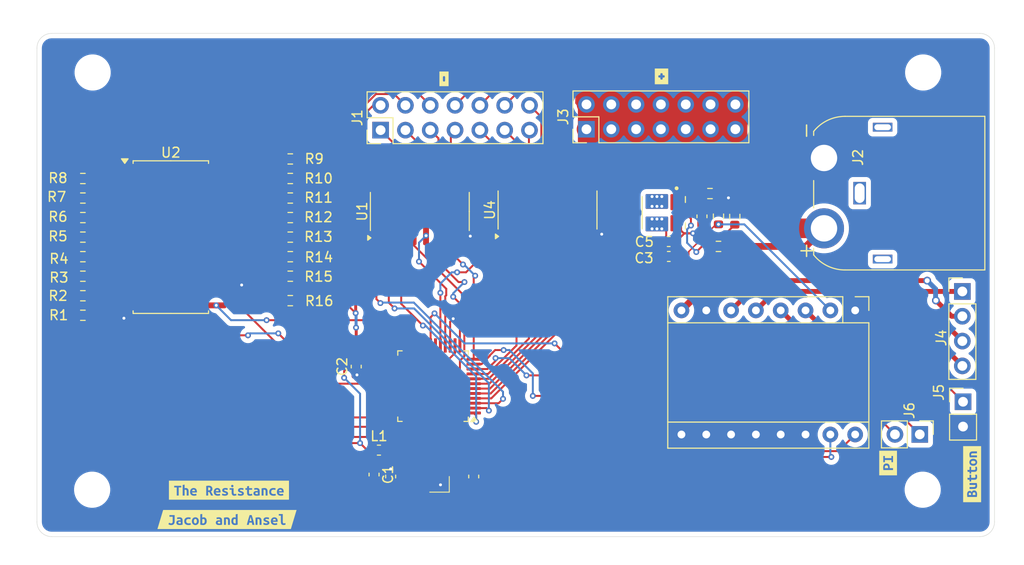
<source format=kicad_pcb>
(kicad_pcb (version 20241229) (generator "pcbnew") (generator_version "9.0")
  (layers (0 "F.Cu" signal) (2 "B.Cu" signal) (13 "F.Paste" user) (15 "B.Paste" user) (5 "F.SilkS" user "F.Silkscreen") (7 "B.SilkS" user "B.Silkscreen") (1 "F.Mask" user) (3 "B.Mask" user) (25 "Edge.Cuts" user))
  (net 0 "")
  (net 1 "GND")
  (net 2 "/STEP")
  (net 3 "/DIR")
  (net 4 "+5V")
  (net 5 "Net-(C1-Pad1)")
  (net 6 "Net-(VR1-FB)")
  (net 7 "Net-(U3-PA0)")
  (net 8 "Net-(U3-PA1)")
  (net 9 "Power")
  (net 10 "Net-(U2-I0)")
  (net 11 "Net-(U2-I1)")
  (net 12 "Net-(U2-I2)")
  (net 13 "Net-(U2-I3)")
  (net 14 "Net-(U2-I4)")
  (net 15 "Net-(U2-I5)")
  (net 16 "Net-(U2-I6)")
  (net 17 "Net-(U2-I7)")
  (net 18 "Net-(U2-I8)")
  (net 19 "Net-(U2-I9)")
  (net 20 "Net-(U2-I10)")
  (net 21 "Net-(U2-I11)")
  (net 22 "Net-(U2-I12)")
  (net 23 "Net-(U2-I13)")
  (net 24 "Net-(U2-I14)")
  (net 25 "Net-(U2-I15)")
  (net 26 "Net-(VR1-EN)")
  (net 27 "/motor6")
  (net 28 "/motor3")
  (net 29 "/motor7")
  (net 30 "/motor5")
  (net 31 "/motor4")
  (net 32 "/motor2")
  (net 33 "/motor1")
  (net 34 "/DOUT2")
  (net 35 "/Read")
  (net 36 "/DOUT3")
  (net 37 "/DOUT1")
  (net 38 "/DOUT4")
  (net 44 "/motor14")
  (net 51 "/RXD")
  (net 53 "/motor8")
  (net 55 "/motor9")
  (net 56 "/TXD")
  (net 57 "/button")
  (net 58 "/motor11")
  (net 61 "/motor10")
  (net 62 "/motor12")
  (net 64 "/motor13")
  (net 67 "Net-(J1-Pin_11)")
  (net 68 "Net-(J1-Pin_8)")
  (net 69 "Net-(J1-Pin_10)")
  (net 70 "Net-(J1-Pin_9)")
  (net 71 "Net-(J1-Pin_13)")
  (net 72 "Net-(J1-Pin_14)")
  (net 73 "Net-(J1-Pin_12)")
  (net 74 "/6")
  (net 75 "/5")
  (net 76 "/4")
  (net 77 "/3")
  (net 78 "Net-(J1-Pin_7)")
  (net 79 "Net-(J1-Pin_1)")
  (net 80 "Net-(J1-Pin_4)")
  (net 81 "Net-(J1-Pin_5)")
  (net 82 "Net-(J1-Pin_2)")
  (net 83 "Net-(J1-Pin_6)")
  (net 84 "Net-(J1-Pin_3)")
  (footprint "Resistor_SMD:R_0603_1608Metric" (layer "F.Cu") (at 129.725 76.5)
    (property "Reference" "R16")
    (property "Value" "5M" (hide yes))
  )
  (footprint "MountingHole:MountingHole_3.2mm_M3" (layer "F.Cu") (at 109.45 95.85)
    (property "Reference" "REF**" (hide yes))
    (property "Value" "MountingHole_3.2mm_M3")
  )
  (footprint "Resistor_SMD:R_0603_1608Metric" (layer "F.Cu") (at 108.5 76 180)
    (property "Reference" "R2")
    (property "Value" "100" (hide yes))
  )
  (footprint "Resistor_SMD:R_0603_1608Metric" (layer "F.Cu") (at 173.55 67.87 90)
    (property "Reference" "R17" (hide yes))
    (property "Value" "220k" (hide yes))
  )
  (footprint "Resistor_SMD:R_0603_1608Metric" (layer "F.Cu") (at 173.55 70.95 180)
    (property "Reference" "R19" (hide yes))
    (property "Value" "50k" (hide yes))
  )
  (footprint "kibuzzard-6920BB03" (layer "F.Cu") (at 145.46 53.8 90)
    (property "Reference" "kibuzzard-6920BB03" (hide yes))
    (property "Value" "G***" (hide yes))
  )
  (footprint "Resistor_SMD:R_0603_1608Metric" (layer "F.Cu") (at 108.5 64 180)
    (property "Reference" "R8")
    (property "Value" "20k" (hide yes))
  )
  (footprint "Resistor_SMD:R_0603_1608Metric" (layer "F.Cu") (at 108.5 70 180)
    (property "Reference" "R5")
    (property "Value" "1k" (hide yes))
  )
  (footprint "Package_SO:SOIC-16_3.9x9.9mm_P1.27mm" (layer "F.Cu") (at 156.055 67.225 90)
    (property "Reference" "U4")
    (property "Value" "TPL7407LAD")
  )
  (footprint "Resistor_SMD:R_0603_1608Metric" (layer "F.Cu") (at 129.725 66)
    (property "Reference" "R11")
    (property "Value" "200k" (hide yes))
  )
  (footprint "kibuzzard-6920EC74" (layer "F.Cu") (at 199.51 94.26 90)
    (property "Reference" "kibuzzard-6920EC74" (hide yes))
    (property "Value" "G***" (hide yes))
  )
  (footprint "Resistor_SMD:R_0603_1608Metric" (layer "F.Cu") (at 129.725 74)
    (property "Reference" "R15")
    (property "Value" "2M" (hide yes))
  )
  (footprint "Connector_PinHeader_2.54mm:PinHeader_1x04_P2.54mm_Vertical" (layer "F.Cu") (at 198.51 75.56)
    (property "Reference" "J4")
    (property "Value" "Conn_01x04_Pin")
  )
  (footprint "MountingHole:MountingHole_3.2mm_M3" (layer "F.Cu") (at 194.5 53.15)
    (property "Reference" "REF**" (hide yes))
    (property "Value" "MountingHole_3.2mm_M3")
  )
  (footprint "Module:Pololu_Breakout-16_15.2x20.3mm" (layer "F.Cu") (at 187.54 77.5 -90)
    (property "Reference" "A1" (hide yes))
    (property "Value" "Pololu_Breakout_A4988")
  )
  (footprint "kibuzzard-6920EC8A" (layer "F.Cu") (at 190.91 93.12 90)
    (property "Reference" "kibuzzard-6920EC8A" (hide yes))
    (property "Value" "G***" (hide yes))
  )
  (footprint "Inductor_SMD:L_0603_1608Metric" (layer "F.Cu") (at 138.8 91.8)
    (property "Reference" "L1")
    (property "Value" "10u")
  )
  (footprint "Package_SO:SOIC-24W_7.5x15.4mm_P1.27mm" (layer "F.Cu") (at 117.5 70)
    (property "Reference" "U2")
    (property "Value" "CD74HC4067M")
  )
  (footprint "Connector_AMASS:AMASS_XT60IPW-M_1x03_P7.20mm_Horizontal" (layer "F.Cu") (at 184.35 61.9 -90)
    (property "Reference" "J2")
    (property "Value" "Conn_01x02_Pin")
  )
  (footprint "Connector_PinHeader_2.54mm:PinHeader_2x07_P2.54mm_Vertical" (layer "F.Cu") (at 138.97 59.05 90)
    (property "Reference" "J1")
    (property "Value" "Conn_02x07_Counter_Clockwise" (hide yes))
  )
  (footprint "Capacitor_SMD:C_0603_1608Metric" (layer "F.Cu") (at 136.475 83.25 90)
    (property "Reference" "C2")
    (property "Value" "100n")
  )
  (footprint "MountingHole:MountingHole_3.2mm_M3" (layer "F.Cu") (at 109.5 53.15)
    (property "Reference" "REF**" (hide yes))
    (property "Value" "MountingHole_3.2mm_M3")
  )
  (footprint "kibuzzard-6920BB24" (layer "F.Cu") (at 167.72 53.55 -90)
    (property "Reference" "kibuzzard-6920BB24" (hide yes))
    (property "Value" "G***" (hide yes))
  )
  (footprint "Package_QFP:TQFP-48_7x7mm_P0.5mm" (layer "F.Cu") (at 144.3375 85.25 180)
    (property "Reference" "U3" (hide yes))
    (property "Value" "AVR128DA48x-xPT")
  )
  (footprint "Resistor_SMD:R_0603_1608Metric" (layer "F.Cu") (at 108.5 68 180)
    (property "Reference" "R6")
    (property "Value" "5k" (hide yes))
  )
  (footprint "OEM:Crystal_TXC7M" (layer "F.Cu") (at 144 94.5 180)
    (property "Reference" "Y1" (hide yes))
    (property "Value" "X_Crystal_16MHz_18pF" (hide yes))
  )
  (footprint "Capacitor_SMD:C_0603_1608Metric" (layer "F.Cu") (at 140 94.5 90)
    (property "Reference" "C13" (hide yes))
    (property "Value" "C_33pF")
  )
  (footprint "Package_SO:SOIC-16_3.9x9.9mm_P1.27mm" (layer "F.Cu") (at 142.985 67.375 90)
    (property "Reference" "U1")
    (property "Value" "TPL7407LAD" (hide yes))
  )
  (footprint "kibuzzard-6920BBD9" (layer "F.Cu") (at 123.25 98.9)
    (property "Reference" "kibuzzard-6920BBD9" (hide yes))
    (property "Value" "G***" (hide yes))
  )
  (footprint "Resistor_SMD:R_0603_1608Metric" (layer "F.Cu") (at 129.725 72)
    (property "Reference" "R14")
    (property "Value" "1M" (hide yes))
  )
  (footprint "Capacitor_SMD:C_0603_1608Metric" (layer "F.Cu") (at 148.5 94.5 -90)
    (property "Reference" "C14" (hide yes))
    (property "Value" "C_33pF")
  )
  (footprint "Resistor_SMD:R_0603_1608Metric" (layer "F.Cu") (at 175.22 67.9 90)
    (property "Reference" "R20" (hide yes))
    (property "Value" "30k" (hide yes))
  )
  (footprint "Capacitor_SMD:C_0603_1608Metric" (layer "F.Cu") (at 168.455 70.45)
    (property "Reference" "C5")
    (property "Value" "22u")
  )
  (footprint "Capacitor_SMD:C_0603_1608Metric" (layer "F.Cu") (at 138.3 94.3 -90)
    (property "Reference" "C1")
    (property "Value" "100n")
  )
  (footprint "Resistor_SMD:R_0603_1608Metric" (layer "F.Cu") (at 108.5 78 180)
    (property "Reference" "R1")
    (property "Value" "50" (hide yes))
  )
  (footprint "Resistor_SMD:R_0603_1608Metric" (layer "F.Cu") (at 129.725 64)
    (property "Reference" "R10")
    (property "Value" "100k" (hide yes))
  )
  (footprint "MountingHole:MountingHole_3.2mm_M3" (layer "F.Cu") (at 194.45 95.85)
    (property "Reference" "REF**" (hide yes))
    (property "Value" "MountingHole_3.2mm_M3")
  )
  (footprint "Resistor_SMD:R_0603_1608Metric" (layer "F.Cu") (at 129.725 62)
    (property "Reference" "R9")
    (property "Value" "50k" (hide yes))
  )
  (footprint "Resistor_SMD:R_0603_1608Metric" (layer "F.Cu") (at 108.5 74 180)
    (property "Reference" "R3")
    (property "Value" "200" (hide yes))
  )
  (footprint "Connector_PinHeader_2.54mm:PinHeader_1x02_P2.54mm_Vertical" (layer "F.Cu") (at 198.58 86.85)
    (property "Reference" "J5")
    (property "Value" "Conn_01x02_Pin")
  )
  (footprint "Resistor_SMD:R_0603_1608Metric" (layer "F.Cu") (at 108.5 66 180)
    (property "Reference" "R7")
    (property "Value" "10k" (hide yes))
  )
  (footprint "Resistor_SMD:R_0603_1608Metric" (layer "F.Cu") (at 129.725 70)
    (property "Reference" "R13")
    (property "Value" "750k" (hide yes))
  )
  (footprint "Capacitor_SMD:C_0603_1608Metric" (layer "F.Cu") (at 168.465 71.98)
    (property "Reference" "C3")
    (property "Value" "22u")
  )
  (footprint "Resistor_SMD:R_0603_1608Metric" (layer "F.Cu") (at 108.5 72 180)
    (property "Reference" "R4")
    (property "Value" "500" (hide yes))
  )
  (footprint "TPSM863253RDXR:VREG_TPSM863253RDXR" (layer "F.Cu") (at 167.915 67.5 -90)
    (property "Reference" "VR1" (hide yes))
    (property "Value" "TPSM863253RDXR")
  )
  (footprint "Connector_PinHeader_2.54mm:PinHeader_1x02_P2.54mm_Vertical" (layer "F.Cu") (at 194.15 90.19 -90)
    (property "Reference" "J6")
    (property "Value" "Conn_01x02_Pin")
  )
  (footprint "kibuzzard-6920BC10" (layer "F.Cu") (at 123.45 95.9)
    (property "Reference" "kibuzzard-6920BC10" (hide yes))
    (property "Value" "G***" (hide yes))
  )
  (footprint "Connector_PinHeader_2.54mm:PinHeader_2x07_P2.54mm_Vertical" (layer "F.Cu") (at 160.04 58.96 90)
    (property "Reference" "J3")
    (property "Value" "Conn_02x07_Counter_Clockwise")
  )
  (footprint "Resistor_SMD:R_0603_1608Metric" (layer "F.Cu") (at 129.725 68)
    (property "Reference" "R12")
    (property "Value" "500k" (hide yes))
  )
  (footprint "Capacitor_SMD:C_0603_1608Metric" (layer "F.Cu") (at 171.86 67.87 90)
    (property "Reference" "C4" (hide yes))
    (property "Value" "22p" (hide yes))
  )
  (footprint "Resistor_SMD:R_0603_1608Metric" (layer "F.Cu") (at 172.68 65.54)
    (property "Reference" "R18" (hide yes))
    (property "Value" "30k" (hide yes))
  )
  (gr_arc (start 103.8 50.65) (mid 104.23934 49.58934) (end 105.3 49.15) (stroke (width 0.05)) (layer "Edge.Cuts"))
  (gr_arc (start 201.8 99.15) (mid 201.36066 100.21066) (end 200.3 100.65) (stroke (width 0.05)) (layer "Edge.Cuts"))
  (gr_line (start 103.8 99.15) (end 103.8 50.65) (stroke (width 0.05)) (layer "Edge.Cuts"))
  (gr_line (start 201.8 50.65) (end 201.8 99.15) (stroke (width 0.05)) (layer "Edge.Cuts"))
  (gr_arc (start 105.3 100.65) (mid 104.23934 100.21066) (end 103.8 99.15) (stroke (width 0.05)) (layer "Edge.Cuts"))
  (gr_line (start 200.3 100.65) (end 105.3 100.65) (stroke (width 0.05)) (layer "Edge.Cuts"))
  (gr_arc (start 200.3 49.15) (mid 201.36066 49.58934) (end 201.8 50.65) (stroke (width 0.05)) (layer "Edge.Cuts"))
  (gr_line (start 105.3 49.15) (end 200.3 49.15) (stroke (width 0.05)) (layer "Edge.Cuts"))
  (segment (start 147.43 69.85) (end 148.1 69.85) (width 0.7) (layer "F.Cu") (net 1))
  (segment (start 146.0875 81.0875) (end 146.0875 78.6625) (width 0.2) (layer "F.Cu") (net 1))
  (segment (start 148.5 95.275) (end 145.175 95.275) (width 0.2) (layer "F.Cu") (net 1))
  (segment (start 142.9 92.85) (end 144.5875 91.1625) (width 0.2) (layer "F.Cu") (net 1))
  (segment (start 160.5 69.7) (end 161.6 69.7) (width 0.7) (layer "F.Cu") (net 1))
  (segment (start 148.1 69.85) (end 148.15 69.9) (width 0.7) (layer "F.Cu") (net 1))
  (segment (start 174.68 66.09) (end 174.68 66.535) (width 0.2) (layer "F.Cu") (net 1))
  (segment (start 169.24 71.98) (end 169.24 70.46) (width 0.2) (layer "F.Cu") (net 1))
  (segment (start 112.85 76.985) (end 112.85 78.15) (width 0.2) (layer "F.Cu") (net 1))
  (segment (start 122.15 74.445) (end 124.295 74.445) (width 0.2) (layer "F.Cu") (net 1))
  (segment (start 174.68 66.535) (end 175.22 67.075) (width 0.2) (layer "F.Cu") (net 1))
  (segment (start 170.94 69.61) (end 170.07 69.61) (width 0.2) (layer "F.Cu") (net 1))
  (segment (start 174.57 65.98) (end 174.46 65.87) (width 0.2) (layer "F.Cu") (net 1))
  (segment (start 145.175 95.275) (end 145.1 95.35) (width 0.2) (layer "F.Cu") (net 1))
  (segment (start 124.295 74.445) (end 124.75 74.9) (width 0.2) (layer "F.Cu") (net 1))
  (segment (start 170 69.61) (end 169.2525 68.8625) (width 0.2) (layer "F.Cu") (net 1))
  (segment (start 169.24 70.46) (end 169.23 70.45) (width 0.2) (layer "F.Cu") (net 1))
  (segment (start 174.57 65.98) (end 174.68 66.09) (width 0.2) (layer "F.Cu") (net 1))
  (segment (start 136.475 84.025) (end 136.55 84.1) (width 0.2) (layer "F.Cu") (net 1))
  (segment (start 142.9 93.65) (end 140.075 93.65) (width 0.2) (layer "F.Cu") (net 1))
  (segment (start 140.175 84.5) (end 136.95 84.5) (width 0.2) (layer "F.Cu") (net 1))
  (segment (start 138.65 95.075) (end 140 93.725) (width 0.2) (layer "F.Cu") (net 1))
  (segment (start 146.0875 78.6625) (end 146.4 78.35) (width 0.2) (layer "F.Cu") (net 1))
  (segment (start 136.95 84.5) (end 136.55 84.1) (width 0.2) (layer "F.Cu") (net 1))
  (segment (start 140.075 93.65) (end 140 93.725) (width 0.2) (layer "F.Cu") (net 1))
  (segment (start 138.3 95.075) (end 138.65 95.075) (width 0.2) (layer "F.Cu") (net 1))
  (segment (start 170.07 69.61) (end 169.23 70.45) (width 0.2) (layer "F.Cu") (net 1))
  (segment (start 170.94 69.61) (end 170 69.61) (width 0.2) (layer "F.Cu") (net 1))
  (segment (start 142.9 93.65) (end 142.9 92.85) (width 0.2) (layer "F.Cu") (net 1))
  (segment (start 174.46 65.87) (end 173.835 65.87) (width 0.2) (layer "F.Cu") (net 1))
  (segment (start 112.85 78.15) (end 112.7 78.3) (width 0.2) (layer "F.Cu") (net 1))
  (segment (start 144.5875 91.1625) (end 144.5875 89.4125) (width 0.2) (layer "F.Cu") (net 1))
  (segment (start 173.835 65.87) (end 173.505 65.54) (width 0.2) (layer "F.Cu") (net 1))
  (via (at 112.7 78.3) (size 0.6) (drill 0.3) (layers "F.Cu" "B.Cu") (net 1))
  (via (at 148.15 69.9) (size 0.6) (drill 0.3) (layers "F.Cu" "B.Cu") (net 1))
  (via (at 124.75 74.9) (size 0.6) (drill 0.3) (layers "F.Cu" "B.Cu") (net 1))
  (via (at 146.4 78.35) (size 0.6) (drill 0.3) (layers "F.Cu" "B.Cu") (net 1))
  (via (at 145.1 95.35) (size 0.6) (drill 0.3) (layers "F.Cu" "B.Cu") (net 1))
  (via (at 140 93.725) (size 0.6) (drill 0.3) (layers "F.Cu" "B.Cu") (net 1))
  (via (at 174.57 65.98) (size 0.6) (drill 0.3) (layers "F.Cu" "B.Cu") (net 1))
  (via (at 170.94 69.61) (size 0.6) (drill 0.3) (layers "F.Cu" "B.Cu") (net 1))
  (via (at 136.55 84.1) (size 0.6) (drill 0.3) (layers "F.Cu" "B.Cu") (net 1))
  (via (at 161.6 69.7) (size 0.6) (drill 0.3) (layers "F.Cu" "B.Cu") (net 1))
  (segment (start 184.35 61.9) (end 186.15 63.7) (width 0.2) (layer "B.Cu") (net 1))
  (segment (start 184.35 61.9) (end 187.25 59) (width 0.2) (layer "B.Cu") (net 1))
  (segment (start 181.75 59.3) (end 181.75 59.2) (width 0.2) (layer "B.Cu") (net 1))
  (segment (start 184.35 61.9) (end 181.75 64.5) (width 0.2) (layer "B.Cu") (net 1))
  (segment (start 181.75 64.5) (end 181.75 64.55) (width 0.2) (layer "B.Cu") (net 1))
  (segment (start 184.35 61.9) (end 181.75 59.3) (width 0.2) (layer "B.Cu") (net 1))
  (segment (start 170.94 69.61) (end 174.57 65.98) (width 0.2) (layer "B.Cu") (net 1))
  (segment (start 186.15 63.7) (end 186.15 65.15) (width 0.2) (layer "B.Cu") (net 1))
  (segment (start 187.25 59) (end 187.25 58.9) (width 0.2) (layer "B.Cu") (net 1))
  (segment (start 148.336576 92.5) (end 185.1 92.5) (width 0.2) (layer "F.Cu") (net 2))
  (segment (start 146.0875 90.250924) (end 148.336576 92.5) (width 0.2) (layer "F.Cu") (net 2))
  (segment (start 146.0875 89.4125) (end 146.0875 90.250924) (width 0.2) (layer "F.Cu") (net 2))
  (via (at 185.1 92.5) (size 0.6) (drill 0.3) (layers "F.Cu" "B.Cu") (net 2))
  (segment (start 185 92.4) (end 185 90.2) (width 0.2) (layer "B.Cu") (net 2))
  (segment (start 185.1 92.5) (end 185 92.4) (width 0.2) (layer "B.Cu") (net 2))
  (segment (start 146.5875 89.4125) (end 146.5875 90.183824) (width 0.2) (layer "F.Cu") (net 3))
  (segment (start 148.303676 91.9) (end 185.84 91.9) (width 0.2) (layer "F.Cu") (net 3))
  (segment (start 185.84 91.9) (end 187.54 90.2) (width 0.2) (layer "F.Cu") (net 3))
  (segment (start 146.5875 90.183824) (end 148.303676 91.9) (width 0.2) (layer "F.Cu") (net 3))
  (segment (start 168.489 71.538) (end 168.201 71.25) (width 0.15) (layer "F.Cu") (net 4))
  (segment (start 136.42 77.78) (end 136.42 69.912) (width 0.3) (layer "F.Cu") (net 4))
  (segment (start 117.16 91.08) (end 107.675 81.595) (width 0.2) (layer "F.Cu") (net 4))
  (segment (start 130.55 70) (end 130.55 72) (width 0.2) (layer "F.Cu") (net 4))
  (segment (start 107.675 76) (end 107.675 78) (width 0.2) (layer "F.Cu") (net 4))
  (segment (start 135.24 84.4) (end 135.24 83.71) (width 0.2) (layer "F.Cu") (net 4))
  (segment (start 130.55 66) (end 130.55 68) (width 0.2) (layer "F.Cu") (net 4))
  (segment (start 161.010653 68.19) (end 162.4 68.19) (width 0.3) (layer "F.Cu") (net 4))
  (segment (start 168.201 71.25) (end 168.201 69.929) (width 0.15) (layer "F.Cu") (net 4))
  (segment (start 130.55 64) (end 130.55 66) (width 0.2) (layer "F.Cu") (net 4))
  (segment (start 138 84) (end 136.475 82.475) (width 0.2) (layer "F.Cu") (net 4))
  (segment (start 107.675 74) (end 107.675 76) (width 0.2) (layer "F.Cu") (net 4))
  (segment (start 164.66 70.45) (end 167.68 70.45) (width 0.3) (layer "F.Cu") (net 4))
  (segment (start 130.55 68) (end 130.55 70) (width 0.2) (layer "F.Cu") (net 4))
  (segment (start 135.14 76.5) (end 136.42 77.78) (width 0.2) (layer "F.Cu") (net 4))
  (segment (start 138.142 68.19) (end 137.54 68.792) (width 0.3) (layer "F.Cu") (net 4))
  (segment (start 140.175 84) (end 138 84) (width 0.2) (layer "F.Cu") (net 4))
  (segment (start 136.475 80.595) (end 136.475 79.275) (width 0.3) (layer "F.Cu") (net 4))
  (segment (start 130.55 72) (end 130.55 74) (width 0.2) (layer "F.Cu") (net 4))
  (segment (start 137.59 91.8) (end 136.87 91.08) (width 0.2) (layer "F.Cu") (net 4))
  (segment (start 136.87 91.08) (end 117.16 91.08) (width 0.2) (layer "F.Cu") (net 4))
  (segment (start 168.489 72.45411) (end 168.489 71.538) (width 0.15) (layer "F.Cu") (net 4))
  (segment (start 130.55 62) (end 130.55 64) (width 0.2) (layer "F.Cu") (net 4))
  (segment (start 167.68 71.97) (end 167.69 71.98) (width 0.2) (layer "F.Cu") (net 4))
  (segment (start 138.0125 91.8) (end 137.59 91.8) (width 0.2) (layer "F.Cu") (net 4))
  (segment (start 168.201 68.601) (end 168.201 69.929) (width 0.2) (layer "F.Cu") (net 4))
  (segment (start 136.475 79.275) (end 136.46 79.26) (width 0.2) (layer "F.Cu") (net 4))
  (segment (start 171.86 70.13) (end 171.86 68.645) (width 0.15) (layer "F.Cu") (net 4))
  (segment (start 168.79089 72.756) (end 168.489 72.45411) (width 0.15) (layer "F.Cu") (net 4))
  (segment (start 173.295 68.695) (end 173.55 68.695) (width 0.2) (layer "F.Cu") (net 4))
  (segment (start 136.42 69.912) (end 137.54 68.792) (width 0.3) (layer "F.Cu") (net 4))
  (segment (start 129.774 61.224) (end 130.55 62) (width 0.2) (layer "F.Cu") (net 4))
  (segment (start 130.55 76.5) (end 130.55 74) (width 0.2) (layer "F.Cu") (net 4))
  (segment (start 107.675 72) (end 107.675 74) (width 0.2) (layer "F.Cu") (net 4))
  (segment (start 161.010653 68.19) (end 138.142 68.19) (width 0.3) (layer "F.Cu") (net 4))
  (segment (start 170.51 71.48) (end 171.86 70.13) (width 0.15) (layer "F.Cu") (net 4))
  (segment (start 162.4 68.19) (end 164.66 70.45) (width 0.3) (layer "F.Cu") (net 4))
  (segment (start 107.675 70) (end 107.675 72) (width 0.2) (layer "F.Cu") (net 4))
  (segment (start 171.91 68.695) (end 171.86 68.645) (width 0.2) (layer "F.Cu") (net 4))
  (segment (start 170.51 71.93511) (end 169.68911 72.756) (width 0.15) (layer "F.Cu") (net 4))
  (segment (start 136.475 80.595) (end 136.475 82.475) (width 0.3) (layer "F.Cu") (net 4))
  (segment (start 167.68 70.45) (end 167.68 71.97) (width 0.2) (layer "F.Cu") (net 4))
  (segment (start 107.675 64) (end 107.675 66) (width 0.2) (layer "F.Cu") (net 4))
  (segment (start 107.675 68) (end 107.675 70) (width 0.2) (layer "F.Cu") (net 4))
  (segment (start 169.68911 72.756) (end 168.79089 72.756) (width 0.15) (layer "F.Cu") (net 4))
  (segment (start 168.201 69.929) (end 167.68 70.45) (width 0.2) (layer "F.Cu") (net 4))
  (segment (start 123.941 61.224) (end 129.774 61.224) (width 0.2) (layer "F.Cu") (net 4))
  (segment (start 130.55 76.5) (end 135.14 76.5) (width 0.2) (layer "F.Cu") (net 4))
  (segment (start 107.675 81.595) (end 107.675 78) (width 0.2) (layer "F.Cu") (net 4))
  (segment (start 107.675 66) (end 107.675 68) (width 0.2) (layer "F.Cu") (net 4))
  (segment (start 122.15 63.015) (end 123.941 61.224) (width 0.2) (layer "F.Cu") (net 4))
  (segment (start 171.86 70.13) (end 173.295 68.695) (width 0.15) (layer "F.Cu") (net 4))
  (segment (start 170.51 71.48) (end 170.51 71.93511) (width 0.15) (layer "F.Cu") (net 4))
  (segment (start 167.75 68.15) (end 168.201 68.601) (width 0.2) (layer "F.Cu") (net 4))
  (segment (start 135.24 83.71) (end 136.475 82.475) (width 0.2) (layer "F.Cu") (net 4))
  (via (at 136.87 91.08) (size 0.6) (drill 0.3) (layers "F.Cu" "B.Cu") (net 4))
  (via (at 173.55 68.695) (size 0.6) (drill 0.3) (layers "F.Cu" "B.Cu") (net 4))
  (via (at 136.42 77.78) (size 0.6) (drill 0.3) (layers "F.Cu" "B.Cu") (net 4))
  (via (at 135.24 84.4) (size 0.6) (drill 0.3) (layers "F.Cu" "B.Cu") (net 4))
  (via (at 136.46 79.26) (size 0.6) (drill 0.3) (layers "F.Cu" "B.Cu") (net 4))
  (segment (start 185 77.5) (end 176.195 68.695) (width 0.2) (layer "B.Cu") (net 4))
  (segment (start 136.87 86.03) (end 135.24 84.4) (width 0.2) (layer "B.Cu") (net 4))
  (segment (start 136.46 79.26) (end 136.46 77.82) (width 0.3) (layer "B.Cu") (net 4))
  (segment (start 136.87 91.08) (end 136.87 86.03) (width 0.2) (layer "B.Cu") (net 4))
  (segment (start 176.195 68.695) (end 173.55 68.695) (width 0.2) (layer "B.Cu") (net 4))
  (segment (start 136.46 77.82) (end 136.42 77.78) (width 0.2) (layer "B.Cu") (net 4))
  (segment (start 144.0875 89.4125) (end 144.0875 90.183824) (width 0.2) (layer "F.Cu") (net 5))
  (segment (start 144.0875 89.4125) (end 144.0875 84.358824) (width 0.2) (layer "F.Cu") (net 5))
  (segment (start 138.3 93.0875) (end 139.5875 91.8) (width 0.2) (layer "F.Cu") (net 5))
  (segment (start 144.0875 84.358824) (end 146.5875 81.858824) (width 0.2) (layer "F.Cu") (net 5))
  (segment (start 138.3 93.525) (end 138.3 93.0875) (width 0.2) (layer "F.Cu") (net 5))
  (segment (start 146.5875 81.858824) (end 146.5875 81.0875) (width 0.2) (layer "F.Cu") (net 5))
  (segment (start 142.471324 91.8) (end 139.5875 91.8) (width 0.2) (layer "F.Cu") (net 5))
  (segment (start 144.0875 90.183824) (end 142.471324 91.8) (width 0.2) (layer "F.Cu") (net 5))
  (segment (start 171.86 67.095) (end 171.765 67) (width 0.2) (layer "F.Cu") (net 6))
  (segment (start 171.91 67.045) (end 171.86 67.095) (width 0.2) (layer "F.Cu") (net 6))
  (segment (start 171.86 67.095) (end 171.86 65.545) (width 0.2) (layer "F.Cu") (net 6))
  (segment (start 171.86 65.545) (end 171.855 65.54) (width 0.2) (layer "F.Cu") (net 6))
  (segment (start 171.765 67) (end 169.815 67) (width 0.15) (layer "F.Cu") (net 6))
  (segment (start 173.55 67.045) (end 171.91 67.045) (width 0.15) (layer "F.Cu") (net 6))
  (segment (start 145.0875 89.4125) (end 145.0875 91.7605) (width 0.2) (layer "F.Cu") (net 7))
  (segment (start 145.0875 91.7605) (end 143.901 92.947) (width 0.2) (layer "F.Cu") (net 7))
  (segment (start 143.901 94.449) (end 143 95.35) (width 0.2) (layer "F.Cu") (net 7))
  (segment (start 140 95.275) (end 142.825 95.275) (width 0.2) (layer "F.Cu") (net 7))
  (segment (start 143 95.35) (end 142.9 95.35) (width 0.2) (layer "F.Cu") (net 7))
  (segment (start 142.825 95.275) (end 142.9 95.35) (width 0.2) (layer "F.Cu") (net 7))
  (segment (start 143.901 92.947) (end 143.901 94.449) (width 0.2) (layer "F.Cu") (net 7))
  (segment (start 148.425 93.65) (end 148.5 93.725) (width 0.2) (layer "F.Cu") (net 8))
  (segment (start 145.1 93.65) (end 145.5875 93.1625) (width 0.2) (layer "F.Cu") (net 8))
  (segment (start 145.1 93.65) (end 148.425 93.65) (width 0.2) (layer "F.Cu") (net 8))
  (segment (start 145.5875 93.1625) (end 145.5875 89.4125) (width 0.2) (layer "F.Cu") (net 8))
  (segment (start 184.35 69.1) (end 181.1 69.1) (width 2) (layer "F.Cu") (net 9))
  (segment (start 182.5 70.95) (end 174.375 70.95) (width 0.7) (layer "F.Cu") (net 9))
  (segment (start 174.375 72.885) (end 169.76 77.5) (width 0.7) (layer "F.Cu") (net 9))
  (segment (start 175.475 63.475) (end 181.1 69.1) (width 2) (layer "F.Cu") (net 9))
  (segment (start 165.12 58.96) (end 165.12 56.42) (width 0.2) (layer "F.Cu") (net 9))
  (segment (start 171.915 63.475) (end 175.475 63.475) (width 0.7) (layer "F.Cu") (net 9))
  (segment (start 160.5 64.75) (end 166.29 58.96) (width 0.7) (layer "F.Cu") (net 9))
  (segment (start 169.2525 66.1375) (end 171.915 63.475) (width 0.7) (layer "F.Cu") (net 9))
  (segment (start 160.04 58.96) (end 160.04 56.42) (width 0.2) (layer "F.Cu") (net 9))
  (segment (start 175.28 58.96) (end 160.04 58.96) (width 2) (layer "F.Cu") (net 9))
  (segment (start 167.66 59.94) (end 160.2 67.4) (width 0.7) (layer "F.Cu") (net 9))
  (segment (start 172.74 58.96) (end 172.74 56.42) (width 0.2) (layer "F.Cu") (net 9))
  (segment (start 170.2 58.96) (end 170.2 56.42) (width 0.2) (layer "F.Cu") (net 9))
  (segment (start 160.04 56.42) (end 175.28 56.42) (width 2) (layer "F.Cu") (net 9))
  (segment (start 162.58 58.96) (end 162.58 56.42) (width 0.2) (layer "F.Cu") (net 9))
  (segment (start 184.35 69.1) (end 182.5 70.95) (width 0.7) (layer "F.Cu") (net 9))
  (segment (start 149.93 67.4) (end 160.2 67.4) (width 0.7) (layer "F.Cu") (net 9))
  (segment (start 167.66 58.96) (end 167.66 59.94) (width 0.7) (layer "F.Cu") (net 9))
  (segment (start 174.375 70.95) (end 174.375 72.885) (width 0.7) (layer "F.Cu") (net 9))
  (segment (start 166.29 58.96) (end 167.66 58.96) (width 0.7) (layer "F.Cu") (net 9))
  (segment (start 147.43 64.9) (end 149.93 67.4) (width 0.7) (layer "F.Cu") (net 9))
  (segment (start 175.475 63.475) (end 175.475 59.075) (width 2) (layer "F.Cu") (net 9))
  (segment (start 167.66 58.96) (end 167.66 56.42) (width 0.2) (layer "F.Cu") (net 9))
  (segment (start 175.28 56.42) (end 175.28 58.96) (width 2) (layer "F.Cu") (net 9))
  (segment (start 111.825001 73.175) (end 112.85 73.175) (width 0.2) (layer "F.Cu") (net 10))
  (segment (start 110.427 74.573001) (end 111.825001 73.175) (width 0.2) (layer "F.Cu") (net 10))
  (segment (start 109.275 78) (end 110.427 76.848) (width 0.2) (layer "F.Cu") (net 10))
  (segment (start 110.427 76.848) (end 110.427 74.573001) (width 0.2) (layer "F.Cu") (net 10))
  (segment (start 109.275 76) (end 110.026 75.249) (width 0.2) (layer "F.Cu") (net 11))
  (segment (start 110.026 75.249) (end 110.026 73.704001) (width 0.2) (layer "F.Cu") (net 11))
  (segment (start 111.825001 71.905) (end 112.85 71.905) (width 0.2) (layer "F.Cu") (net 11))
  (segment (start 110.026 73.704001) (end 111.825001 71.905) (width 0.2) (layer "F.Cu") (net 11))
  (segment (start 109.275 73.665) (end 109.275 74) (width 0.2) (layer "F.Cu") (net 12))
  (segment (start 112.85 70.635) (end 112.305 70.635) (width 0.2) (layer "F.Cu") (net 12))
  (segment (start 112.305 70.635) (end 109.275 73.665) (width 0.2) (layer "F.Cu") (net 12))
  (segment (start 109.275 72) (end 111.91 69.365) (width 0.2) (layer "F.Cu") (net 13))
  (segment (start 111.91 69.365) (end 112.85 69.365) (width 0.2) (layer "F.Cu") (net 13))
  (segment (start 109.275 70) (end 111.18 68.095) (width 0.2) (layer "F.Cu") (net 14))
  (segment (start 111.18 68.095) (end 112.85 68.095) (width 0.2) (layer "F.Cu") (net 14))
  (segment (start 109.275 68) (end 110.45 66.825) (width 0.2) (layer "F.Cu") (net 15))
  (segment (start 110.45 66.825) (end 112.85 66.825) (width 0.2) (layer "F.Cu") (net 15))
  (segment (start 112.405 66) (end 112.85 65.555) (width 0.2) (layer "F.Cu") (net 16))
  (segment (start 109.275 66) (end 112.405 66) (width 0.2) (layer "F.Cu") (net 16))
  (segment (start 112.565 64) (end 112.85 64.285) (width 0.2) (layer "F.Cu") (net 17))
  (segment (start 109.275 64) (end 112.565 64) (width 0.2) (layer "F.Cu") (net 17))
  (segment (start 126.665 64.285) (end 122.15 64.285) (width 0.2) (layer "F.Cu") (net 18))
  (segment (start 128.95 62) (end 126.665 64.285) (width 0.2) (layer "F.Cu") (net 18))
  (segment (start 127.395 65.555) (end 122.15 65.555) (width 0.2) (layer "F.Cu") (net 19))
  (segment (start 128.95 64) (end 127.395 65.555) (width 0.2) (layer "F.Cu") (net 19))
  (segment (start 128.125 66.825) (end 122.15 66.825) (width 0.2) (layer "F.Cu") (net 20))
  (segment (start 128.95 66) (end 128.125 66.825) (width 0.2) (layer "F.Cu") (net 20))
  (segment (start 122.245 68) (end 122.15 68.095) (width 0.2) (layer "F.Cu") (net 21))
  (segment (start 128.95 68) (end 122.245 68) (width 0.2) (layer "F.Cu") (net 21))
  (segment (start 128.95 70) (end 122.785 70) (width 0.2) (layer "F.Cu") (net 22))
  (segment (start 122.785 70) (end 122.15 69.365) (width 0.2) (layer "F.Cu") (net 22))
  (segment (start 128.95 72) (end 127.585 70.635) (width 0.2) (layer "F.Cu") (net 23))
  (segment (start 127.585 70.635) (end 122.15 70.635) (width 0.2) (layer "F.Cu") (net 23))
  (segment (start 126.855 71.905) (end 122.15 71.905) (width 0.2) (layer "F.Cu") (net 24))
  (segment (start 128.95 74) (end 126.855 71.905) (width 0.2) (layer "F.Cu") (net 24))
  (segment (start 128.95 76.5) (end 125.625 73.175) (width 0.2) (layer "F.Cu") (net 25))
  (segment (start 125.625 73.175) (end 122.15 73.175) (width 0.2) (layer "F.Cu") (net 25))
  (segment (start 170.119984 67.5) (end 169.815 67.5) (width 0.2) (layer "F.Cu") (net 26))
  (segment (start 172.995 70.95) (end 175.22 68.725) (width 0.2) (layer "F.Cu") (net 26))
  (segment (start 170.73 68.81) (end 170.73 68.110016) (width 0.2) (layer "F.Cu") (net 26))
  (segment (start 172.725 70.95) (end 172.995 70.95) (width 0.2) (layer "F.Cu") (net 26))
  (segment (start 171.853174 70.95) (end 171.278872 71.524302) (width 0.2) (layer "F.Cu") (net 26))
  (segment (start 170.73 68.110016) (end 170.119984 67.5) (width 0.2) (layer "F.Cu") (net 26))
  (segment (start 172.725 70.95) (end 171.853174 70.95) (width 0.2) (layer "F.Cu") (net 26))
  (via (at 171.278872 71.524302) (size 0.6) (drill 0.3) (layers "F.Cu" "B.Cu") (net 26))
  (via (at 170.73 68.81) (size 0.6) (drill 0.3) (layers "F.Cu" "B.Cu") (net 26))
  (segment (start 170.339 69.201) (end 170.73 68.81) (width 0.2) (layer "B.Cu") (net 26))
  (segment (start 170.339 70.58443) (end 170.339 69.201) (width 0.2) (layer "B.Cu") (net 26))
  (segment (start 171.278872 71.524302) (end 170.339 70.58443) (width 0.2) (layer "B.Cu") (net 26))
  (segment (start 148.5 87.5) (end 149.8 87.5) (width 0.2) (layer "F.Cu") (net 27))
  (segment (start 140.4 77.3) (end 139.81 76.71) (width 0.2) (layer "F.Cu") (net 27))
  (segment (start 139.81 76.71) (end 139.81 69.85) (width 0.2) (layer "F.Cu") (net 27))
  (segment (start 149.8 87.5) (end 150.05 87.75) (width 0.2) (layer "F.Cu") (net 27))
  (via (at 140.4 77.3) (size 0.6) (drill 0.3) (layers "F.Cu" "B.Cu") (net 27))
  (via (at 150.05 87.75) (size 0.6) (drill 0.3) (layers "F.Cu" "B.Cu") (net 27))
  (segment (start 150.05 84.95) (end 142.4 77.3) (width 0.2) (layer "B.Cu") (net 27))
  (segment (start 140.4 77.3) (end 140.4 77.25) (width 0.2) (layer "B.Cu") (net 27))
  (segment (start 142.4 77.3) (end 140.4 77.3) (width 0.2) (layer "B.Cu") (net 27))
  (segment (start 150.05 87.75) (end 150.05 84.95) (width 0.2) (layer "B.Cu") (net 27))
  (segment (start 145.6885 75.948943) (end 145.6885 75.2885) (width 0.2) (layer "F.Cu") (net 28))
  (segment (start 145.5875 81.0875) (end 145.5875 76.049943) (width 0.2) (layer "F.Cu") (net 28))
  (segment (start 145.6885 75.2885) (end 142.9 72.5) (width 0.2) (layer "F.Cu") (net 28))
  (segment (start 145.5875 76.049943) (end 145.6885 75.948943) (width 0.2) (layer "F.Cu") (net 28))
  (via (at 142.9 72.5) (size 0.6) (drill 0.3) (layers "F.Cu" "B.Cu") (net 28))
  (via (at 143.62 69.85) (size 0.6) (drill 0.3) (layers "F.Cu" "B.Cu") (net 28))
  (segment (start 142.9 70.57) (end 143.62 69.85) (width 0.2) (layer "B.Cu") (net 28))
  (segment (start 142.9 72.5) (end 142.9 70.57) (width 0.2) (layer "B.Cu") (net 28))
  (segment (start 138.54 76.34) (end 138.54 69.85) (width 0.2) (layer "F.Cu") (net 29))
  (segment (start 151.5 86.55) (end 151.5 86.6) (width 0.2) (layer "F.Cu") (net 29))
  (segment (start 148.5 87) (end 151.05 87) (width 0.2) (layer "F.Cu") (net 29))
  (segment (start 151.05 87) (end 151.5 86.55) (width 0.2) (layer "F.Cu") (net 29))
  (segment (start 138.95 76.75) (end 138.54 76.34) (width 0.2) (layer "F.Cu") (net 29))
  (via (at 138.95 76.75) (size 0.6) (drill 0.3) (layers "F.Cu" "B.Cu") (net 29))
  (via (at 151.5 86.55) (size 0.6) (drill 0.3) (layers "F.Cu" "B.Cu") (net 29))
  (segment (start 139.001 76.699) (end 138.95 76.75) (width 0.2) (layer "B.Cu") (net 29))
  (segment (start 151.5 85.8329) (end 142.3661 76.699) (width 0.2) (layer "B.Cu") (net 29))
  (segment (start 142.3661 76.699) (end 139.001 76.699) (width 0.2) (layer "B.Cu") (net 29))
  (segment (start 151.5 86.55) (end 151.5 85.8329) (width 0.2) (layer "B.Cu") (net 29))
  (segment (start 141.08 69.85) (end 141.08 76.83) (width 0.2) (layer "F.Cu") (net 30))
  (segment (start 148.75 88.9) (end 148.75 88.25) (width 0.2) (layer "F.Cu") (net 30))
  (segment (start 148.75 88.25) (end 148.5 88) (width 0.2) (layer "F.Cu") (net 30))
  (segment (start 141.08 76.83) (end 143.3 79.05) (width 0.2) (layer "F.Cu") (net 30))
  (via (at 148.75 88.9) (size 0.6) (drill 0.3) (layers "F.Cu" "B.Cu") (net 30))
  (via (at 143.3 79.05) (size 0.6) (drill 0.3) (layers "F.Cu" "B.Cu") (net 30))
  (segment (start 143.3 79.05) (end 143.56 79.05) (width 0.2) (layer "B.Cu") (net 30))
  (segment (start 143.56 79.05) (end 148.75 84.24) (width 0.2) (layer "B.Cu") (net 30))
  (segment (start 148.75 84.24) (end 148.75 88.9) (width 0.2) (layer "B.Cu") (net 30))
  (segment (start 147.0875 89.4125) (end 147.0875 82.641176) (width 0.2) (layer "F.Cu") (net 31))
  (segment (start 142.35 70.824999) (end 142.35 69.85) (width 0.2) (layer "F.Cu") (net 31))
  (segment (start 147.5385 82.190176) (end 147.5385 76.013499) (width 0.2) (layer "F.Cu") (net 31))
  (segment (start 147.5385 76.013499) (end 142.35 70.824999) (width 0.2) (layer "F.Cu") (net 31))
  (segment (start 147.0875 82.641176) (end 147.5385 82.190176) (width 0.2) (layer "F.Cu") (net 31))
  (segment (start 147.55 74.6) (end 146.950057 74.6) (width 0.2) (layer "F.Cu") (net 32))
  (segment (start 144.89 72.539943) (end 144.89 69.85) (width 0.2) (layer "F.Cu") (net 32))
  (segment (start 147.0875 81.0875) (end 147.0875 76.7875) (width 0.2) (layer "F.Cu") (net 32))
  (segment (start 147.0875 76.7875) (end 146.4 76.1) (width 0.2) (layer "F.Cu") (net 32))
  (segment (start 146.950057 74.6) (end 144.89 72.539943) (width 0.2) (layer "F.Cu") (net 32))
  (via (at 147.55 74.6) (size 0.6) (drill 0.3) (layers "F.Cu" "B.Cu") (net 32))
  (via (at 146.4 76.1) (size 0.6) (drill 0.3) (layers "F.Cu" "B.Cu") (net 32))
  (segment (start 147.55 74.6) (end 147.55 74.587924) (width 0.2) (layer "B.Cu") (net 32))
  (segment (start 146.4 75.75) (end 147.55 74.6) (width 0.2) (layer "B.Cu") (net 32))
  (segment (start 146.4 76.1) (end 146.4 75.75) (width 0.2) (layer "B.Cu") (net 32))
  (segment (start 148.65 73.95) (end 148.5 74.1) (width 0.2) (layer "F.Cu") (net 33))
  (segment (start 146.16 71.56) (end 147.4 72.8) (width 0.2) (layer "F.Cu") (net 33))
  (segment (start 148.5 74.1) (end 148.5 82.5) (width 0.2) (layer "F.Cu") (net 33))
  (segment (start 146.16 69.85) (end 146.16 71.56) (width 0.2) (layer "F.Cu") (net 33))
  (via (at 148.65 73.95) (size 0.6) (drill 0.3) (layers "F.Cu" "B.Cu") (net 33))
  (via (at 147.4 72.8) (size 0.6) (drill 0.3) (layers "F.Cu" "B.Cu") (net 33))
  (segment (start 147.4 72.8) (end 147.5 72.8) (width 0.2) (layer "B.Cu") (net 33))
  (segment (start 147.5 72.8) (end 148.65 73.95) (width 0.2) (layer "B.Cu") (net 33))
  (segment (start 113.949868 75.715) (end 112.85 75.715) (width 0.2) (layer "F.Cu") (net 34))
  (segment (start 142.0875 89.4125) (end 142.0875 90.183824) (width 0.2) (layer "F.Cu") (net 34))
  (segment (start 128.685868 90.451) (end 113.949868 75.715) (width 0.2) (layer "F.Cu") (net 34))
  (segment (start 141.820324 90.451) (end 128.685868 90.451) (width 0.2) (layer "F.Cu") (net 34))
  (segment (start 142.0875 90.183824) (end 141.820324 90.451) (width 0.2) (layer "F.Cu") (net 34))
  (segment (start 140.175 85) (end 133.65 85) (width 0.2) (layer "F.Cu") (net 35))
  (segment (start 114.176 70.677968) (end 114.176 63.944032) (width 0.2) (layer "F.Cu") (net 35))
  (segment (start 113.246968 63.015) (end 112.85 63.015) (width 0.2) (layer "F.Cu") (net 35))
  (segment (start 125.4 80.05) (end 123.548032 80.05) (width 0.2) (layer "F.Cu") (net 35))
  (segment (start 123.548032 80.05) (end 114.176 70.677968) (width 0.2) (layer "F.Cu") (net 35))
  (segment (start 133.65 85) (end 128.5 79.85) (width 0.2) (layer "F.Cu") (net 35))
  (segment (start 114.176 63.944032) (end 113.246968 63.015) (width 0.2) (layer "F.Cu") (net 35))
  (via (at 128.5 79.85) (size 0.6) (drill 0.3) (layers "F.Cu" "B.Cu") (net 35))
  (via (at 125.4 80.05) (size 0.6) (drill 0.3) (layers "F.Cu" "B.Cu") (net 35))
  (segment (start 125.6 79.85) (end 125.4 80.05) (width 0.2) (layer "B.Cu") (net 35))
  (segment (start 128.5 79.85) (end 125.6 79.85) (width 0.2) (layer "B.Cu") (net 35))
  (segment (start 141.354676 88.374) (end 141.277676 88.451) (width 0.2) (layer "F.Cu") (net 36))
  (segment (start 135.910999 88.451) (end 123.174999 75.715) (width 0.2) (layer "F.Cu") (net 36))
  (segment (start 142.5875 89.4125) (end 142.5875 88.641176) (width 0.2) (layer "F.Cu") (net 36))
  (segment (start 142.5875 88.641176) (end 142.320324 88.374) (width 0.2) (layer "F.Cu") (net 36))
  (segment (start 142.320324 88.374) (end 141.354676 88.374) (width 0.2) (layer "F.Cu") (net 36))
  (segment (start 141.277676 88.451) (end 135.910999 88.451) (width 0.2) (layer "F.Cu") (net 36))
  (segment (start 123.174999 75.715) (end 122.15 75.715) (width 0.2) (layer "F.Cu") (net 36))
  (segment (start 141.5875 89.4125) (end 128.214468 89.4125) (width 0.2) (layer "F.Cu") (net 37))
  (segment (start 113.246968 74.445) (end 112.85 74.445) (width 0.2) (layer "F.Cu") (net 37))
  (segment (start 128.214468 89.4125) (end 113.246968 74.445) (width 0.2) (layer "F.Cu") (net 37))
  (segment (start 143.0875 84.141176) (end 137.446324 78.5) (width 0.2) (layer "F.Cu") (net 38))
  (segment (start 137.446324 78.5) (end 127.3 78.5) (width 0.2) (layer "F.Cu") (net 38))
  (segment (start 143.0875 89.4125) (end 143.0875 84.141176) (width 0.2) (layer "F.Cu") (net 38))
  (via (at 127.3 78.5) (size 0.6) (drill 0.3) (layers "F.Cu" "B.Cu") (net 38))
  (via (at 122.15 76.985) (size 0.6) (drill 0.3) (layers "F.Cu" "B.Cu") (net 38))
  (segment (start 127.3 78.5) (end 123.665 78.5) (width 0.2) (layer "B.Cu") (net 38))
  (segment (start 123.665 78.5) (end 122.15 76.985) (width 0.2) (layer "B.Cu") (net 38))
  (segment (start 145.0875 75.7) (end 145.0875 81.0875) (width 0.2) (layer "F.Cu") (net 44))
  (segment (start 146.8 73.6) (end 147.71 73.6) (width 0.2) (layer "F.Cu") (net 44))
  (segment (start 147.71 73.6) (end 151.61 69.7) (width 0.2) (layer "F.Cu") (net 44))
  (via (at 145.0875 75.7) (size 0.6) (drill 0.3) (layers "F.Cu" "B.Cu") (net 44))
  (via (at 146.8 73.6) (size 0.6) (drill 0.3) (layers "F.Cu" "B.Cu") (net 44))
  (segment (start 146.85 73.6) (end 146.8 73.6) (width 0.2) (layer "B.Cu") (net 44))
  (segment (start 146.25 73.6) (end 146.8 73.6) (width 0.2) (layer "B.Cu") (net 44))
  (segment (start 145.0875 75.7) (end 145.0875 74.7625) (width 0.2) (layer "B.Cu") (net 44))
  (segment (start 145.0875 74.7625) (end 146.25 73.6) (width 0.2) (layer "B.Cu") (net 44))
  (segment (start 187.67 86.25) (end 191.61 90.19) (width 0.2) (layer "F.Cu") (net 51))
  (segment (start 150.133285 82.116715) (end 150.690715 81.559285) (width 0.2) (layer "F.Cu") (net 51))
  (segment (start 148.5 83) (end 149.3 83) (width 0.2) (layer "F.Cu") (net 51))
  (segment (start 149.3 83) (end 150.133285 82.166715) (width 0.2) (layer "F.Cu") (net 51))
  (segment (start 150.690715 81.559285) (end 151.559285 81.559285) (width 0.2) (layer "F.Cu") (net 51))
  (segment (start 154.55 86.25) (end 187.67 86.25) (width 0.2) (layer "F.Cu") (net 51))
  (segment (start 150.133285 82.166715) (end 150.133285 82.116715) (width 0.2) (layer "F.Cu") (net 51))
  (via (at 151.559285 81.559285) (size 0.6) (drill 0.3) (layers "F.Cu" "B.Cu") (net 51))
  (via (at 154.55 86.25) (size 0.6) (drill 0.3) (layers "F.Cu" "B.Cu") (net 51))
  (segment (start 152.159228 81.559285) (end 154.55 83.950057) (width 0.2) (layer "B.Cu") (net 51))
  (segment (start 154.55 83.950057) (end 154.55 86.25) (width 0.2) (layer "B.Cu") (net 51))
  (segment (start 151.559285 81.559285) (end 152.159228 81.559285) (width 0.2) (layer "B.Cu") (net 51))
  (segment (start 148.5 86.5) (end 150.3026 86.5) (width 0.2) (layer "F.Cu") (net 53))
  (segment (start 159.23 77.5726) (end 159.23 69.7) (width 0.2) (layer "F.Cu") (net 53))
  (segment (start 150.3026 86.5) (end 159.23 77.5726) (width 0.2) (layer "F.Cu") (net 53))
  (segment (start 157.96 78.2755) (end 157.96 69.7) (width 0.2) (layer "F.Cu") (net 55))
  (segment (start 148.5 86) (end 150.2355 86) (width 0.2) (layer "F.Cu") (net 55))
  (segment (start 150.2355 86) (end 157.96 78.2755) (width 0.2) (layer "F.Cu") (net 55))
  (segment (start 148.5 83.5) (end 149.9 83.5) (width 0.2) (layer "F.Cu") (net 56))
  (segment (start 150.734285 82.665715) (end 150.734285 82.384285) (width 0.2) (layer "F.Cu") (net 56))
  (segment (start 150.4 83) (end 150.734285 82.665715) (width 0.2) (layer "F.Cu") (net 56))
  (segment (start 153.9 84.15) (end 188.11 84.15) (width 0.2) (layer "F.Cu") (net 56))
  (segment (start 188.11 84.15) (end 194.15 90.19) (width 0.2) (layer "F.Cu") (net 56))
  (segment (start 149.9 83.5) (end 150.4 83) (width 0.2) (layer "F.Cu") (net 56))
  (via (at 153.9 84.15) (size 0.6) (drill 0.3) (layers "F.Cu" "B.Cu") (net 56))
  (via (at 150.734285 82.384285) (size 0.6) (drill 0.3) (layers "F.Cu" "B.Cu") (net 56))
  (segment (start 150.734285 82.384285) (end 152.134285 82.384285) (width 0.2) (layer "B.Cu") (net 56))
  (segment (start 152.134285 82.384285) (end 153.9 84.15) (width 0.2) (layer "B.Cu") (net 56))
  (segment (start 156.775565 80.875565) (end 159.261 83.361) (width 0.2) (layer "F.Cu") (net 57))
  (segment (start 144.0875 78.2) (end 144.4875 77.8) (width 0.2) (layer "F.Cu") (net 57))
  (segment (start 144.0875 81.0875) (end 144.0875 78.2) (width 0.2) (layer "F.Cu") (net 57))
  (segment (start 195.091 83.361) (end 198.58 86.85) (width 0.2) (layer "F.Cu") (net 57))
  (segment (start 159.261 83.361) (end 195.091 83.361) (width 0.2) (layer "F.Cu") (net 57))
  (via (at 144.4875 77.8) (size 0.6) (drill 0.3) (layers "F.Cu" "B.Cu") (net 57))
  (via (at 156.775565 80.875565) (size 0.6) (drill 0.3) (layers "F.Cu" "B.Cu") (net 57))
  (segment (start 144.4875 77.8) (end 147.563065 80.875565) (width 0.2) (layer "B.Cu") (net 57))
  (segment (start 147.563065 80.875565) (end 156.775565 80.875565) (width 0.2) (layer "B.Cu") (net 57))
  (segment (start 150.1013 85) (end 155.42 79.6813) (width 0.2) (layer "F.Cu") (net 58))
  (segment (start 148.5 85) (end 150.1013 85) (width 0.2) (layer "F.Cu") (net 58))
  (segment (start 155.42 79.6813) (end 155.42 69.7) (width 0.2) (layer "F.Cu") (net 58))
  (segment (start 150.1684 85.5) (end 156.69 78.9784) (width 0.2) (layer "F.Cu") (net 61))
  (segment (start 148.5 85.5) (end 150.1684 85.5) (width 0.2) (layer "F.Cu") (net 61))
  (segment (start 156.69 78.9784) (end 156.69 69.7) (width 0.2) (layer "F.Cu") (net 61))
  (segment (start 148.5 84.5) (end 150.0342 84.5) (width 0.2) (layer "F.Cu") (net 62))
  (segment (start 154.15 80.3842) (end 154.15 69.7) (width 0.2) (layer "F.Cu") (net 62))
  (segment (start 150.0342 84.5) (end 154.15 80.3842) (width 0.2) (layer "F.Cu") (net 62))
  (segment (start 148.5 84) (end 149.9671 84) (width 0.2) (layer "F.Cu") (net 64))
  (segment (start 152.88 81.0871) (end 152.88 69.7) (width 0.2) (layer "F.Cu") (net 64))
  (segment (start 149.9671 84) (end 152.88 81.0871) (width 0.2) (layer "F.Cu") (net 64))
  (segment (start 152.88 60.26) (end 151.67 59.05) (width 0.2) (layer "F.Cu") (net 67))
  (segment (start 152.88 64.75) (end 152.88 60.26) (width 0.2) (layer "F.Cu") (net 67))
  (segment (start 159.23 64.75) (end 158.561 64.081) (width 0.2) (layer "F.Cu") (net 68))
  (segment (start 158.561 64.081) (end 158.561 56.851) (width 0.2) (layer "F.Cu") (net 68))
  (segment (start 158.561 56.851) (end 155.09 53.38) (width 0.2) (layer "F.Cu") (net 68))
  (segment (start 155.09 53.38) (end 149.72 53.38) (width 0.2) (layer "F.Cu") (net 68))
  (segment (start 149.72 53.38) (end 146.59 56.51) (width 0.2) (layer "F.Cu") (net 68))
  (segment (start 157.96 64.75) (end 158.08 64.63) (width 0.2) (layer "F.Cu") (net 69))
  (segment (start 155.19 54.14) (end 151.5 54.14) (width 0.2) (layer "F.Cu") (net 69))
  (segment (start 158.08 64.63) (end 158.08 57.03) (width 0.2) (layer "F.Cu") (net 69))
  (segment (start 151.5 54.14) (end 149.13 56.51) (width 0.2) (layer "F.Cu") (net 69))
  (segment (start 158.08 57.03) (end 155.19 54.14) (width 0.2) (layer "F.Cu") (net 69))
  (segment (start 151.61 64.75) (end 151.61 61.53) (width 0.2) (layer "F.Cu") (net 70))
  (segment (start 151.61 61.53) (end 149.13 59.05) (width 0.2) (layer "F.Cu") (net 70))
  (segment (start 154.15 59.11) (end 154.21 59.05) (width 0.2) (layer "F.Cu") (net 71))
  (segment (start 154.15 64.75) (end 154.15 59.11) (width 0.2) (layer "F.Cu") (net 71))
  (segment (start 155.42 57.72) (end 154.21 56.51) (width 0.2) (layer "F.Cu") (net 72))
  (segment (start 155.42 64.75) (end 155.42 57.72) (width 0.2) (layer "F.Cu") (net 72))
  (segment (start 155.26145 54.77855) (end 153.40145 54.77855) (width 0.2) (layer "F.Cu") (net 73))
  (segment (start 153.40145 54.77855) (end 151.67 56.51) (width 0.2) (layer "F.Cu") (net 73))
  (segment (start 156.69 56.2071) (end 155.26145 54.77855) (width 0.2) (layer "F.Cu") (net 73))
  (segment (start 156.69 64.75) (end 156.69 56.2071) (width 0.2) (layer "F.Cu") (net 73))
  (segment (start 195.8 76.48) (end 197.42 78.1) (width 0.5) (layer "F.Cu") (net 74))
  (segment (start 197.42 78.1) (end 198.51 78.1) (width 0.5) (layer "F.Cu") (net 74))
  (segment (start 177.89 74.45) (end 174.84 77.5) (width 0.5) (layer "F.Cu") (net 74))
  (segment (start 194.91 74.45) (end 177.89 74.45) (width 0.5) (layer "F.Cu") (net 74))
  (via (at 194.91 74.45) (size 0.8) (drill 0.5) (layers "F.Cu" "B.Cu") (net 74))
  (via (at 195.8 76.48) (size 0.8) (drill 0.5) (layers "F.Cu" "B.Cu") (net 74))
  (segment (start 195.77 75.31) (end 195.77 76.45) (width 0.5) (layer "B.Cu") (net 74))
  (segment (start 195.77 76.45) (end 195.8 76.48) (width 0.5) (layer "B.Cu") (net 74))
  (segment (start 194.91 74.45) (end 195.77 75.31) (width 0.5) (layer "B.Cu") (net 74))
  (segment (start 177.38 77.5) (end 179.33 75.55) (width 0.5) (layer "F.Cu") (net 75))
  (segment (start 179.33 75.55) (end 179.34 75.56) (width 0.2) (layer "F.Cu") (net 75))
  (segment (start 179.34 75.56) (end 198.51 75.56) (width 0.5) (layer "F.Cu") (net 75))
  (segment (start 179.92 77.5) (end 183.81 81.39) (width 0.5) (layer "F.Cu") (net 76))
  (segment (start 183.81 81.39) (end 196.72 81.39) (width 0.5) (layer "F.Cu") (net 76))
  (segment (start 196.72 81.39) (end 198.51 83.18) (width 0.5) (layer "F.Cu") (net 76))
  (segment (start 182.46 77.5) (end 184.17 79.21) (width 0.5) (layer "F.Cu") (net 77))
  (segment (start 197.08 79.21) (end 198.51 80.64) (width 0.5) (layer "F.Cu") (net 77))
  (segment (start 184.17 79.21) (end 197.08 79.21) (width 0.5) (layer "F.Cu") (net 77))
  (segment (start 146.16 64.9) (end 146.16 59.48) (width 0.2) (layer "F.Cu") (net 78))
  (segment (start 146.16 59.48) (end 146.59 59.05) (width 0.2) (layer "F.Cu") (net 78))
  (segment (start 142.35 64.9) (end 142.35 62.43) (width 0.2) (layer "F.Cu") (net 79))
  (segment (start 142.35 62.43) (end 138.97 59.05) (width 0.2) (layer "F.Cu") (net 79))
  (segment (start 136.579 57.27324) (end 138.49324 55.359) (width 0.2) (layer "F.Cu") (net 80))
  (segment (start 140.359 55.359) (end 141.51 56.51) (width 0.2) (layer "F.Cu") (net 80))
  (segment (start 136.579 59.991101) (end 136.579 57.27324) (width 0.2) (layer "F.Cu") (net 80))
  (segment (start 139.81 64.9) (end 139.81 63.222101) (width 0.2) (layer "F.Cu") (net 80))
  (segment (start 139.81 63.222101) (end 136.579 59.991101) (width 0.2) (layer "F.Cu") (net 80))
  (segment (start 138.49324 55.359) (end 140.359 55.359) (width 0.2) (layer "F.Cu") (net 80))
  (segment (start 144.89 59.89) (end 144.05 59.05) (width 0.2) (layer "F.Cu") (net 81))
  (segment (start 144.89 64.9) (end 144.89 59.89) (width 0.2) (layer "F.Cu") (net 81))
  (segment (start 141.08 63.925001) (end 141.08 64.9) (width 0.2) (layer "F.Cu") (net 82))
  (segment (start 138.23 56.51) (end 136.98 57.76) (width 0.2) (layer "F.Cu") (net 82))
  (segment (start 138.97 56.51) (end 138.23 56.51) (width 0.2) (layer "F.Cu") (net 82))
  (segment (start 136.98 57.76) (end 136.98 59.825001) (width 0.2) (layer "F.Cu") (net 82))
  (segment (start 136.98 59.825001) (end 141.08 63.925001) (width 0.2) (layer "F.Cu") (net 82))
  (segment (start 138.54 64.9) (end 136.178 62.538) (width 0.2) (layer "F.Cu") (net 83))
  (segment (start 136.178 57.10714) (end 138.32714 54.958) (width 0.2) (layer "F.Cu") (net 83))
  (segment (start 136.178 62.538) (end 136.178 57.10714) (width 0.2) (layer "F.Cu") (net 83))
  (segment (start 142.498 54.958) (end 144.05 56.51) (width 0.2) (layer "F.Cu") (net 83))
  (segment (start 138.32714 54.958) (end 142.498 54.958) (width 0.2) (layer "F.Cu") (net 83))
  (segment (start 143.62 64.9) (end 143.62 61.16) (width 0.2) (layer "F.Cu") (net 84))
  (segment (start 143.62 61.16) (end 141.51 59.05) (width 0.2) (layer "F.Cu") (net 84))
  (zone (net 9) (net_name "Power") (layer "F.Cu") (priority 1) (connect_pads yes (clearance 0.5)) (min_thickness 0.25) (fill yes (thermal_gap 0.5) (thermal_bridge_width 0.5))
    (polygon (pts (xy 176.601679 54.803745) (xy 176.471547 60.479529) (xy 158.798645 60.348354) (xy 158.918645 54.708354)))
  )
  (zone (net 1) (net_name "GND") (layer "B.Cu") (connect_pads yes (clearance 0.5)) (min_thickness 0.25) (fill yes (thermal_gap 0.5) (thermal_bridge_width 0.5))
    (polygon (pts (xy 103.5 49.5) (xy 201.5 49.5) (xy 201.5 101.5) (xy 103.5 101.5)))
  )
)
</source>
